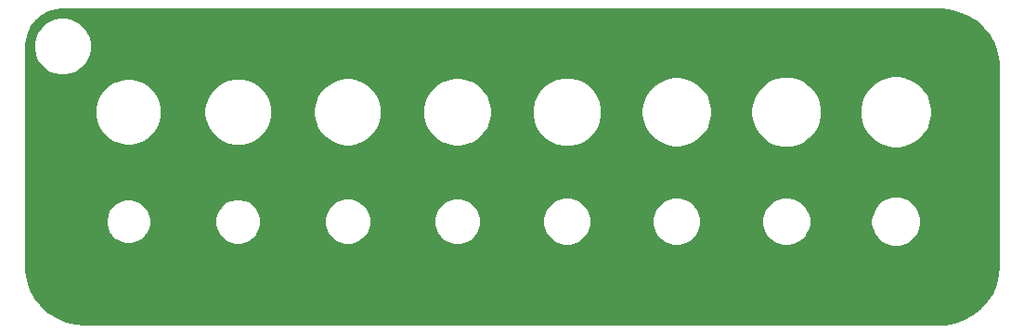
<source format=gbl>
G04 #@! TF.GenerationSoftware,KiCad,Pcbnew,5.1.9+dfsg1-1+deb11u1*
G04 #@! TF.CreationDate,2023-07-17T20:14:54+09:00*
G04 #@! TF.ProjectId,hole-size-test,686f6c65-2d73-4697-9a65-2d746573742e,rev?*
G04 #@! TF.SameCoordinates,Original*
G04 #@! TF.FileFunction,Copper,L2,Bot*
G04 #@! TF.FilePolarity,Positive*
%FSLAX46Y46*%
G04 Gerber Fmt 4.6, Leading zero omitted, Abs format (unit mm)*
G04 Created by KiCad (PCBNEW 5.1.9+dfsg1-1+deb11u1) date 2023-07-17 20:14:54*
%MOMM*%
%LPD*%
G01*
G04 APERTURE LIST*
G04 #@! TA.AperFunction,NonConductor*
%ADD10C,0.254000*%
G04 #@! TD*
G04 #@! TA.AperFunction,NonConductor*
%ADD11C,0.100000*%
G04 #@! TD*
G04 APERTURE END LIST*
D10*
X154871797Y-70733902D02*
X155720182Y-70947001D01*
X156522371Y-71295803D01*
X157256818Y-71770938D01*
X157903798Y-72359646D01*
X158445946Y-73046125D01*
X158868692Y-73811928D01*
X159160684Y-74636491D01*
X159316116Y-75509076D01*
X159340000Y-76015547D01*
X159340001Y-93972899D01*
X159266098Y-94871802D01*
X159052999Y-95720180D01*
X158704197Y-96522371D01*
X158229062Y-97256818D01*
X157640354Y-97903799D01*
X156953875Y-98445946D01*
X156188076Y-98868691D01*
X155363514Y-99160683D01*
X154490925Y-99316116D01*
X153984453Y-99340000D01*
X76027089Y-99340000D01*
X75128198Y-99266098D01*
X74279820Y-99052999D01*
X73477629Y-98704197D01*
X72743182Y-98229062D01*
X72096201Y-97640354D01*
X71554054Y-96953875D01*
X71131309Y-96188076D01*
X70839317Y-95363514D01*
X70683884Y-94490925D01*
X70660000Y-93984453D01*
X70660000Y-89796124D01*
X77930016Y-89796124D01*
X77930016Y-90203876D01*
X78009564Y-90603792D01*
X78165604Y-90980505D01*
X78392138Y-91319538D01*
X78680462Y-91607862D01*
X79019495Y-91834396D01*
X79396208Y-91990436D01*
X79796124Y-92069984D01*
X80203876Y-92069984D01*
X80603792Y-91990436D01*
X80980505Y-91834396D01*
X81319538Y-91607862D01*
X81607862Y-91319538D01*
X81834396Y-90980505D01*
X81990436Y-90603792D01*
X82069984Y-90203876D01*
X82069984Y-89796124D01*
X82069010Y-89791223D01*
X87880257Y-89791223D01*
X87880257Y-90208777D01*
X87961717Y-90618306D01*
X88121508Y-91004075D01*
X88353488Y-91351258D01*
X88648742Y-91646512D01*
X88995925Y-91878492D01*
X89381694Y-92038283D01*
X89791223Y-92119743D01*
X90208777Y-92119743D01*
X90618306Y-92038283D01*
X91004075Y-91878492D01*
X91351258Y-91646512D01*
X91646512Y-91351258D01*
X91878492Y-91004075D01*
X92038283Y-90618306D01*
X92119743Y-90208777D01*
X92119743Y-89791223D01*
X92119256Y-89788773D01*
X97855377Y-89788773D01*
X97855377Y-90211227D01*
X97937794Y-90625563D01*
X98099460Y-91015860D01*
X98334162Y-91367118D01*
X98632882Y-91665838D01*
X98984140Y-91900540D01*
X99374437Y-92062206D01*
X99788773Y-92144623D01*
X100211227Y-92144623D01*
X100625563Y-92062206D01*
X101015860Y-91900540D01*
X101367118Y-91665838D01*
X101665838Y-91367118D01*
X101900540Y-91015860D01*
X102062206Y-90625563D01*
X102144623Y-90211227D01*
X102144623Y-89788773D01*
X102144136Y-89786323D01*
X107830497Y-89786323D01*
X107830497Y-90213677D01*
X107913870Y-90632821D01*
X108077412Y-91027645D01*
X108314837Y-91382977D01*
X108617023Y-91685163D01*
X108972355Y-91922588D01*
X109367179Y-92086130D01*
X109786323Y-92169503D01*
X110213677Y-92169503D01*
X110632821Y-92086130D01*
X111027645Y-91922588D01*
X111382977Y-91685163D01*
X111685163Y-91382977D01*
X111922588Y-91027645D01*
X112086130Y-90632821D01*
X112169503Y-90213677D01*
X112169503Y-89786323D01*
X112168529Y-89781422D01*
X117780738Y-89781422D01*
X117780738Y-90218578D01*
X117866023Y-90647335D01*
X118033316Y-91051215D01*
X118276187Y-91414697D01*
X118585303Y-91723813D01*
X118948785Y-91966684D01*
X119352665Y-92133977D01*
X119781422Y-92219262D01*
X120218578Y-92219262D01*
X120647335Y-92133977D01*
X121051215Y-91966684D01*
X121414697Y-91723813D01*
X121723813Y-91414697D01*
X121966684Y-91051215D01*
X122133977Y-90647335D01*
X122219262Y-90218578D01*
X122219262Y-89781422D01*
X122218775Y-89778971D01*
X127755858Y-89778971D01*
X127755858Y-90221029D01*
X127842100Y-90654592D01*
X128011268Y-91063000D01*
X128256861Y-91430557D01*
X128569443Y-91743139D01*
X128937000Y-91988732D01*
X129345408Y-92157900D01*
X129778971Y-92244142D01*
X130221029Y-92244142D01*
X130654592Y-92157900D01*
X131063000Y-91988732D01*
X131430557Y-91743139D01*
X131743139Y-91430557D01*
X131988732Y-91063000D01*
X132157900Y-90654592D01*
X132244142Y-90221029D01*
X132244142Y-89778971D01*
X132243655Y-89776521D01*
X137730979Y-89776521D01*
X137730979Y-90223479D01*
X137818176Y-90661849D01*
X137989220Y-91074785D01*
X138237536Y-91446417D01*
X138553583Y-91762464D01*
X138925215Y-92010780D01*
X139338151Y-92181824D01*
X139776521Y-92269021D01*
X140223479Y-92269021D01*
X140661849Y-92181824D01*
X141074785Y-92010780D01*
X141446417Y-91762464D01*
X141762464Y-91446417D01*
X142010780Y-91074785D01*
X142181824Y-90661849D01*
X142269021Y-90223479D01*
X142269021Y-89776521D01*
X142268047Y-89771620D01*
X147681220Y-89771620D01*
X147681220Y-90228380D01*
X147770329Y-90676363D01*
X147945123Y-91098354D01*
X148198886Y-91478136D01*
X148521864Y-91801114D01*
X148901646Y-92054877D01*
X149323637Y-92229671D01*
X149771620Y-92318780D01*
X150228380Y-92318780D01*
X150676363Y-92229671D01*
X151098354Y-92054877D01*
X151478136Y-91801114D01*
X151801114Y-91478136D01*
X152054877Y-91098354D01*
X152229671Y-90676363D01*
X152318780Y-90228380D01*
X152318780Y-89771620D01*
X152229671Y-89323637D01*
X152054877Y-88901646D01*
X151801114Y-88521864D01*
X151478136Y-88198886D01*
X151098354Y-87945123D01*
X150676363Y-87770329D01*
X150228380Y-87681220D01*
X149771620Y-87681220D01*
X149323637Y-87770329D01*
X148901646Y-87945123D01*
X148521864Y-88198886D01*
X148198886Y-88521864D01*
X147945123Y-88901646D01*
X147770329Y-89323637D01*
X147681220Y-89771620D01*
X142268047Y-89771620D01*
X142181824Y-89338151D01*
X142010780Y-88925215D01*
X141762464Y-88553583D01*
X141446417Y-88237536D01*
X141074785Y-87989220D01*
X140661849Y-87818176D01*
X140223479Y-87730979D01*
X139776521Y-87730979D01*
X139338151Y-87818176D01*
X138925215Y-87989220D01*
X138553583Y-88237536D01*
X138237536Y-88553583D01*
X137989220Y-88925215D01*
X137818176Y-89338151D01*
X137730979Y-89776521D01*
X132243655Y-89776521D01*
X132157900Y-89345408D01*
X131988732Y-88937000D01*
X131743139Y-88569443D01*
X131430557Y-88256861D01*
X131063000Y-88011268D01*
X130654592Y-87842100D01*
X130221029Y-87755858D01*
X129778971Y-87755858D01*
X129345408Y-87842100D01*
X128937000Y-88011268D01*
X128569443Y-88256861D01*
X128256861Y-88569443D01*
X128011268Y-88937000D01*
X127842100Y-89345408D01*
X127755858Y-89778971D01*
X122218775Y-89778971D01*
X122133977Y-89352665D01*
X121966684Y-88948785D01*
X121723813Y-88585303D01*
X121414697Y-88276187D01*
X121051215Y-88033316D01*
X120647335Y-87866023D01*
X120218578Y-87780738D01*
X119781422Y-87780738D01*
X119352665Y-87866023D01*
X118948785Y-88033316D01*
X118585303Y-88276187D01*
X118276187Y-88585303D01*
X118033316Y-88948785D01*
X117866023Y-89352665D01*
X117780738Y-89781422D01*
X112168529Y-89781422D01*
X112086130Y-89367179D01*
X111922588Y-88972355D01*
X111685163Y-88617023D01*
X111382977Y-88314837D01*
X111027645Y-88077412D01*
X110632821Y-87913870D01*
X110213677Y-87830497D01*
X109786323Y-87830497D01*
X109367179Y-87913870D01*
X108972355Y-88077412D01*
X108617023Y-88314837D01*
X108314837Y-88617023D01*
X108077412Y-88972355D01*
X107913870Y-89367179D01*
X107830497Y-89786323D01*
X102144136Y-89786323D01*
X102062206Y-89374437D01*
X101900540Y-88984140D01*
X101665838Y-88632882D01*
X101367118Y-88334162D01*
X101015860Y-88099460D01*
X100625563Y-87937794D01*
X100211227Y-87855377D01*
X99788773Y-87855377D01*
X99374437Y-87937794D01*
X98984140Y-88099460D01*
X98632882Y-88334162D01*
X98334162Y-88632882D01*
X98099460Y-88984140D01*
X97937794Y-89374437D01*
X97855377Y-89788773D01*
X92119256Y-89788773D01*
X92038283Y-89381694D01*
X91878492Y-88995925D01*
X91646512Y-88648742D01*
X91351258Y-88353488D01*
X91004075Y-88121508D01*
X90618306Y-87961717D01*
X90208777Y-87880257D01*
X89791223Y-87880257D01*
X89381694Y-87961717D01*
X88995925Y-88121508D01*
X88648742Y-88353488D01*
X88353488Y-88648742D01*
X88121508Y-88995925D01*
X87961717Y-89381694D01*
X87880257Y-89791223D01*
X82069010Y-89791223D01*
X81990436Y-89396208D01*
X81834396Y-89019495D01*
X81607862Y-88680462D01*
X81319538Y-88392138D01*
X80980505Y-88165604D01*
X80603792Y-88009564D01*
X80203876Y-87930016D01*
X79796124Y-87930016D01*
X79396208Y-88009564D01*
X79019495Y-88165604D01*
X78680462Y-88392138D01*
X78392138Y-88680462D01*
X78165604Y-89019495D01*
X78009564Y-89396208D01*
X77930016Y-89796124D01*
X70660000Y-89796124D01*
X70660000Y-79698107D01*
X76934831Y-79698107D01*
X76934831Y-80301893D01*
X77052624Y-80894077D01*
X77283683Y-81451902D01*
X77619128Y-81953931D01*
X78046069Y-82380872D01*
X78548098Y-82716317D01*
X79105923Y-82947376D01*
X79698107Y-83065169D01*
X80301893Y-83065169D01*
X80894077Y-82947376D01*
X81451902Y-82716317D01*
X81953931Y-82380872D01*
X82380872Y-81953931D01*
X82716317Y-81451902D01*
X82947376Y-80894077D01*
X83065169Y-80301893D01*
X83065169Y-79698107D01*
X83064195Y-79693206D01*
X86885072Y-79693206D01*
X86885072Y-80306794D01*
X87004777Y-80908591D01*
X87239586Y-81475472D01*
X87580477Y-81985651D01*
X88014349Y-82419523D01*
X88524528Y-82760414D01*
X89091409Y-82995223D01*
X89693206Y-83114928D01*
X90306794Y-83114928D01*
X90908591Y-82995223D01*
X91475472Y-82760414D01*
X91985651Y-82419523D01*
X92419523Y-81985651D01*
X92760414Y-81475472D01*
X92995223Y-80908591D01*
X93114928Y-80306794D01*
X93114928Y-79693206D01*
X93114441Y-79690756D01*
X96860192Y-79690756D01*
X96860192Y-80309244D01*
X96980853Y-80915848D01*
X97217538Y-81487257D01*
X97561152Y-82001511D01*
X97998489Y-82438848D01*
X98512743Y-82782462D01*
X99084152Y-83019147D01*
X99690756Y-83139808D01*
X100309244Y-83139808D01*
X100915848Y-83019147D01*
X101487257Y-82782462D01*
X102001511Y-82438848D01*
X102438848Y-82001511D01*
X102782462Y-81487257D01*
X103019147Y-80915848D01*
X103139808Y-80309244D01*
X103139808Y-79690756D01*
X103139321Y-79688305D01*
X106835313Y-79688305D01*
X106835313Y-80311695D01*
X106956930Y-80923105D01*
X107195490Y-81499042D01*
X107541827Y-82017371D01*
X107982629Y-82458173D01*
X108500958Y-82804510D01*
X109076895Y-83043070D01*
X109688305Y-83164687D01*
X110311695Y-83164687D01*
X110923105Y-83043070D01*
X111499042Y-82804510D01*
X112017371Y-82458173D01*
X112458173Y-82017371D01*
X112804510Y-81499042D01*
X113043070Y-80923105D01*
X113164687Y-80311695D01*
X113164687Y-79688305D01*
X113163713Y-79683405D01*
X116785553Y-79683405D01*
X116785553Y-80316595D01*
X116909083Y-80937620D01*
X117151394Y-81522611D01*
X117503176Y-82049090D01*
X117950910Y-82496824D01*
X118477389Y-82848606D01*
X119062380Y-83090917D01*
X119683405Y-83214447D01*
X120316595Y-83214447D01*
X120937620Y-83090917D01*
X121522611Y-82848606D01*
X122049090Y-82496824D01*
X122496824Y-82049090D01*
X122848606Y-81522611D01*
X123090917Y-80937620D01*
X123214447Y-80316595D01*
X123214447Y-79683405D01*
X123213960Y-79680954D01*
X126760674Y-79680954D01*
X126760674Y-80319046D01*
X126885159Y-80944877D01*
X127129346Y-81534396D01*
X127483851Y-82064950D01*
X127935050Y-82516149D01*
X128465604Y-82870654D01*
X129055123Y-83114841D01*
X129680954Y-83239326D01*
X130319046Y-83239326D01*
X130944877Y-83114841D01*
X131534396Y-82870654D01*
X132064950Y-82516149D01*
X132516149Y-82064950D01*
X132870654Y-81534396D01*
X133114841Y-80944877D01*
X133239326Y-80319046D01*
X133239326Y-79680954D01*
X133238839Y-79678504D01*
X136735794Y-79678504D01*
X136735794Y-80321496D01*
X136861236Y-80952134D01*
X137107298Y-81546181D01*
X137464526Y-82080810D01*
X137919190Y-82535474D01*
X138453819Y-82892702D01*
X139047866Y-83138764D01*
X139678504Y-83264206D01*
X140321496Y-83264206D01*
X140952134Y-83138764D01*
X141546181Y-82892702D01*
X142080810Y-82535474D01*
X142535474Y-82080810D01*
X142892702Y-81546181D01*
X143138764Y-80952134D01*
X143264206Y-80321496D01*
X143264206Y-79678504D01*
X143263232Y-79673603D01*
X146686035Y-79673603D01*
X146686035Y-80326397D01*
X146813389Y-80966648D01*
X147063202Y-81569751D01*
X147425875Y-82112530D01*
X147887470Y-82574125D01*
X148430249Y-82936798D01*
X149033352Y-83186611D01*
X149673603Y-83313965D01*
X150326397Y-83313965D01*
X150966648Y-83186611D01*
X151569751Y-82936798D01*
X152112530Y-82574125D01*
X152574125Y-82112530D01*
X152936798Y-81569751D01*
X153186611Y-80966648D01*
X153313965Y-80326397D01*
X153313965Y-79673603D01*
X153186611Y-79033352D01*
X152936798Y-78430249D01*
X152574125Y-77887470D01*
X152112530Y-77425875D01*
X151569751Y-77063202D01*
X150966648Y-76813389D01*
X150326397Y-76686035D01*
X149673603Y-76686035D01*
X149033352Y-76813389D01*
X148430249Y-77063202D01*
X147887470Y-77425875D01*
X147425875Y-77887470D01*
X147063202Y-78430249D01*
X146813389Y-79033352D01*
X146686035Y-79673603D01*
X143263232Y-79673603D01*
X143138764Y-79047866D01*
X142892702Y-78453819D01*
X142535474Y-77919190D01*
X142080810Y-77464526D01*
X141546181Y-77107298D01*
X140952134Y-76861236D01*
X140321496Y-76735794D01*
X139678504Y-76735794D01*
X139047866Y-76861236D01*
X138453819Y-77107298D01*
X137919190Y-77464526D01*
X137464526Y-77919190D01*
X137107298Y-78453819D01*
X136861236Y-79047866D01*
X136735794Y-79678504D01*
X133238839Y-79678504D01*
X133114841Y-79055123D01*
X132870654Y-78465604D01*
X132516149Y-77935050D01*
X132064950Y-77483851D01*
X131534396Y-77129346D01*
X130944877Y-76885159D01*
X130319046Y-76760674D01*
X129680954Y-76760674D01*
X129055123Y-76885159D01*
X128465604Y-77129346D01*
X127935050Y-77483851D01*
X127483851Y-77935050D01*
X127129346Y-78465604D01*
X126885159Y-79055123D01*
X126760674Y-79680954D01*
X123213960Y-79680954D01*
X123090917Y-79062380D01*
X122848606Y-78477389D01*
X122496824Y-77950910D01*
X122049090Y-77503176D01*
X121522611Y-77151394D01*
X120937620Y-76909083D01*
X120316595Y-76785553D01*
X119683405Y-76785553D01*
X119062380Y-76909083D01*
X118477389Y-77151394D01*
X117950910Y-77503176D01*
X117503176Y-77950910D01*
X117151394Y-78477389D01*
X116909083Y-79062380D01*
X116785553Y-79683405D01*
X113163713Y-79683405D01*
X113043070Y-79076895D01*
X112804510Y-78500958D01*
X112458173Y-77982629D01*
X112017371Y-77541827D01*
X111499042Y-77195490D01*
X110923105Y-76956930D01*
X110311695Y-76835313D01*
X109688305Y-76835313D01*
X109076895Y-76956930D01*
X108500958Y-77195490D01*
X107982629Y-77541827D01*
X107541827Y-77982629D01*
X107195490Y-78500958D01*
X106956930Y-79076895D01*
X106835313Y-79688305D01*
X103139321Y-79688305D01*
X103019147Y-79084152D01*
X102782462Y-78512743D01*
X102438848Y-77998489D01*
X102001511Y-77561152D01*
X101487257Y-77217538D01*
X100915848Y-76980853D01*
X100309244Y-76860192D01*
X99690756Y-76860192D01*
X99084152Y-76980853D01*
X98512743Y-77217538D01*
X97998489Y-77561152D01*
X97561152Y-77998489D01*
X97217538Y-78512743D01*
X96980853Y-79084152D01*
X96860192Y-79690756D01*
X93114441Y-79690756D01*
X92995223Y-79091409D01*
X92760414Y-78524528D01*
X92419523Y-78014349D01*
X91985651Y-77580477D01*
X91475472Y-77239586D01*
X90908591Y-77004777D01*
X90306794Y-76885072D01*
X89693206Y-76885072D01*
X89091409Y-77004777D01*
X88524528Y-77239586D01*
X88014349Y-77580477D01*
X87580477Y-78014349D01*
X87239586Y-78524528D01*
X87004777Y-79091409D01*
X86885072Y-79693206D01*
X83064195Y-79693206D01*
X82947376Y-79105923D01*
X82716317Y-78548098D01*
X82380872Y-78046069D01*
X81953931Y-77619128D01*
X81451902Y-77283683D01*
X80894077Y-77052624D01*
X80301893Y-76934831D01*
X79698107Y-76934831D01*
X79105923Y-77052624D01*
X78548098Y-77283683D01*
X78046069Y-77619128D01*
X77619128Y-78046069D01*
X77283683Y-78548098D01*
X77052624Y-79105923D01*
X76934831Y-79698107D01*
X70660000Y-79698107D01*
X70660000Y-74032278D01*
X70688921Y-73737314D01*
X71332905Y-73737314D01*
X71332905Y-74262686D01*
X71435400Y-74777963D01*
X71636451Y-75263343D01*
X71928332Y-75700174D01*
X72299826Y-76071668D01*
X72736657Y-76363549D01*
X73222037Y-76564600D01*
X73737314Y-76667095D01*
X74262686Y-76667095D01*
X74777963Y-76564600D01*
X75263343Y-76363549D01*
X75700174Y-76071668D01*
X76071668Y-75700174D01*
X76363549Y-75263343D01*
X76564600Y-74777963D01*
X76667095Y-74262686D01*
X76667095Y-73737314D01*
X76564600Y-73222037D01*
X76363549Y-72736657D01*
X76071668Y-72299826D01*
X75700174Y-71928332D01*
X75263343Y-71636451D01*
X74777963Y-71435400D01*
X74262686Y-71332905D01*
X73737314Y-71332905D01*
X73222037Y-71435400D01*
X72736657Y-71636451D01*
X72299826Y-71928332D01*
X71928332Y-72299826D01*
X71636451Y-72736657D01*
X71435400Y-73222037D01*
X71332905Y-73737314D01*
X70688921Y-73737314D01*
X70726714Y-73351874D01*
X70914943Y-72728428D01*
X71220681Y-72153421D01*
X71632279Y-71648753D01*
X72134067Y-71233638D01*
X72706924Y-70923895D01*
X73329039Y-70731318D01*
X74007584Y-70660000D01*
X153972911Y-70660000D01*
X154871797Y-70733902D01*
G04 #@! TA.AperFunction,NonConductor*
D11*
G36*
X154871797Y-70733902D02*
G01*
X155720182Y-70947001D01*
X156522371Y-71295803D01*
X157256818Y-71770938D01*
X157903798Y-72359646D01*
X158445946Y-73046125D01*
X158868692Y-73811928D01*
X159160684Y-74636491D01*
X159316116Y-75509076D01*
X159340000Y-76015547D01*
X159340001Y-93972899D01*
X159266098Y-94871802D01*
X159052999Y-95720180D01*
X158704197Y-96522371D01*
X158229062Y-97256818D01*
X157640354Y-97903799D01*
X156953875Y-98445946D01*
X156188076Y-98868691D01*
X155363514Y-99160683D01*
X154490925Y-99316116D01*
X153984453Y-99340000D01*
X76027089Y-99340000D01*
X75128198Y-99266098D01*
X74279820Y-99052999D01*
X73477629Y-98704197D01*
X72743182Y-98229062D01*
X72096201Y-97640354D01*
X71554054Y-96953875D01*
X71131309Y-96188076D01*
X70839317Y-95363514D01*
X70683884Y-94490925D01*
X70660000Y-93984453D01*
X70660000Y-89796124D01*
X77930016Y-89796124D01*
X77930016Y-90203876D01*
X78009564Y-90603792D01*
X78165604Y-90980505D01*
X78392138Y-91319538D01*
X78680462Y-91607862D01*
X79019495Y-91834396D01*
X79396208Y-91990436D01*
X79796124Y-92069984D01*
X80203876Y-92069984D01*
X80603792Y-91990436D01*
X80980505Y-91834396D01*
X81319538Y-91607862D01*
X81607862Y-91319538D01*
X81834396Y-90980505D01*
X81990436Y-90603792D01*
X82069984Y-90203876D01*
X82069984Y-89796124D01*
X82069010Y-89791223D01*
X87880257Y-89791223D01*
X87880257Y-90208777D01*
X87961717Y-90618306D01*
X88121508Y-91004075D01*
X88353488Y-91351258D01*
X88648742Y-91646512D01*
X88995925Y-91878492D01*
X89381694Y-92038283D01*
X89791223Y-92119743D01*
X90208777Y-92119743D01*
X90618306Y-92038283D01*
X91004075Y-91878492D01*
X91351258Y-91646512D01*
X91646512Y-91351258D01*
X91878492Y-91004075D01*
X92038283Y-90618306D01*
X92119743Y-90208777D01*
X92119743Y-89791223D01*
X92119256Y-89788773D01*
X97855377Y-89788773D01*
X97855377Y-90211227D01*
X97937794Y-90625563D01*
X98099460Y-91015860D01*
X98334162Y-91367118D01*
X98632882Y-91665838D01*
X98984140Y-91900540D01*
X99374437Y-92062206D01*
X99788773Y-92144623D01*
X100211227Y-92144623D01*
X100625563Y-92062206D01*
X101015860Y-91900540D01*
X101367118Y-91665838D01*
X101665838Y-91367118D01*
X101900540Y-91015860D01*
X102062206Y-90625563D01*
X102144623Y-90211227D01*
X102144623Y-89788773D01*
X102144136Y-89786323D01*
X107830497Y-89786323D01*
X107830497Y-90213677D01*
X107913870Y-90632821D01*
X108077412Y-91027645D01*
X108314837Y-91382977D01*
X108617023Y-91685163D01*
X108972355Y-91922588D01*
X109367179Y-92086130D01*
X109786323Y-92169503D01*
X110213677Y-92169503D01*
X110632821Y-92086130D01*
X111027645Y-91922588D01*
X111382977Y-91685163D01*
X111685163Y-91382977D01*
X111922588Y-91027645D01*
X112086130Y-90632821D01*
X112169503Y-90213677D01*
X112169503Y-89786323D01*
X112168529Y-89781422D01*
X117780738Y-89781422D01*
X117780738Y-90218578D01*
X117866023Y-90647335D01*
X118033316Y-91051215D01*
X118276187Y-91414697D01*
X118585303Y-91723813D01*
X118948785Y-91966684D01*
X119352665Y-92133977D01*
X119781422Y-92219262D01*
X120218578Y-92219262D01*
X120647335Y-92133977D01*
X121051215Y-91966684D01*
X121414697Y-91723813D01*
X121723813Y-91414697D01*
X121966684Y-91051215D01*
X122133977Y-90647335D01*
X122219262Y-90218578D01*
X122219262Y-89781422D01*
X122218775Y-89778971D01*
X127755858Y-89778971D01*
X127755858Y-90221029D01*
X127842100Y-90654592D01*
X128011268Y-91063000D01*
X128256861Y-91430557D01*
X128569443Y-91743139D01*
X128937000Y-91988732D01*
X129345408Y-92157900D01*
X129778971Y-92244142D01*
X130221029Y-92244142D01*
X130654592Y-92157900D01*
X131063000Y-91988732D01*
X131430557Y-91743139D01*
X131743139Y-91430557D01*
X131988732Y-91063000D01*
X132157900Y-90654592D01*
X132244142Y-90221029D01*
X132244142Y-89778971D01*
X132243655Y-89776521D01*
X137730979Y-89776521D01*
X137730979Y-90223479D01*
X137818176Y-90661849D01*
X137989220Y-91074785D01*
X138237536Y-91446417D01*
X138553583Y-91762464D01*
X138925215Y-92010780D01*
X139338151Y-92181824D01*
X139776521Y-92269021D01*
X140223479Y-92269021D01*
X140661849Y-92181824D01*
X141074785Y-92010780D01*
X141446417Y-91762464D01*
X141762464Y-91446417D01*
X142010780Y-91074785D01*
X142181824Y-90661849D01*
X142269021Y-90223479D01*
X142269021Y-89776521D01*
X142268047Y-89771620D01*
X147681220Y-89771620D01*
X147681220Y-90228380D01*
X147770329Y-90676363D01*
X147945123Y-91098354D01*
X148198886Y-91478136D01*
X148521864Y-91801114D01*
X148901646Y-92054877D01*
X149323637Y-92229671D01*
X149771620Y-92318780D01*
X150228380Y-92318780D01*
X150676363Y-92229671D01*
X151098354Y-92054877D01*
X151478136Y-91801114D01*
X151801114Y-91478136D01*
X152054877Y-91098354D01*
X152229671Y-90676363D01*
X152318780Y-90228380D01*
X152318780Y-89771620D01*
X152229671Y-89323637D01*
X152054877Y-88901646D01*
X151801114Y-88521864D01*
X151478136Y-88198886D01*
X151098354Y-87945123D01*
X150676363Y-87770329D01*
X150228380Y-87681220D01*
X149771620Y-87681220D01*
X149323637Y-87770329D01*
X148901646Y-87945123D01*
X148521864Y-88198886D01*
X148198886Y-88521864D01*
X147945123Y-88901646D01*
X147770329Y-89323637D01*
X147681220Y-89771620D01*
X142268047Y-89771620D01*
X142181824Y-89338151D01*
X142010780Y-88925215D01*
X141762464Y-88553583D01*
X141446417Y-88237536D01*
X141074785Y-87989220D01*
X140661849Y-87818176D01*
X140223479Y-87730979D01*
X139776521Y-87730979D01*
X139338151Y-87818176D01*
X138925215Y-87989220D01*
X138553583Y-88237536D01*
X138237536Y-88553583D01*
X137989220Y-88925215D01*
X137818176Y-89338151D01*
X137730979Y-89776521D01*
X132243655Y-89776521D01*
X132157900Y-89345408D01*
X131988732Y-88937000D01*
X131743139Y-88569443D01*
X131430557Y-88256861D01*
X131063000Y-88011268D01*
X130654592Y-87842100D01*
X130221029Y-87755858D01*
X129778971Y-87755858D01*
X129345408Y-87842100D01*
X128937000Y-88011268D01*
X128569443Y-88256861D01*
X128256861Y-88569443D01*
X128011268Y-88937000D01*
X127842100Y-89345408D01*
X127755858Y-89778971D01*
X122218775Y-89778971D01*
X122133977Y-89352665D01*
X121966684Y-88948785D01*
X121723813Y-88585303D01*
X121414697Y-88276187D01*
X121051215Y-88033316D01*
X120647335Y-87866023D01*
X120218578Y-87780738D01*
X119781422Y-87780738D01*
X119352665Y-87866023D01*
X118948785Y-88033316D01*
X118585303Y-88276187D01*
X118276187Y-88585303D01*
X118033316Y-88948785D01*
X117866023Y-89352665D01*
X117780738Y-89781422D01*
X112168529Y-89781422D01*
X112086130Y-89367179D01*
X111922588Y-88972355D01*
X111685163Y-88617023D01*
X111382977Y-88314837D01*
X111027645Y-88077412D01*
X110632821Y-87913870D01*
X110213677Y-87830497D01*
X109786323Y-87830497D01*
X109367179Y-87913870D01*
X108972355Y-88077412D01*
X108617023Y-88314837D01*
X108314837Y-88617023D01*
X108077412Y-88972355D01*
X107913870Y-89367179D01*
X107830497Y-89786323D01*
X102144136Y-89786323D01*
X102062206Y-89374437D01*
X101900540Y-88984140D01*
X101665838Y-88632882D01*
X101367118Y-88334162D01*
X101015860Y-88099460D01*
X100625563Y-87937794D01*
X100211227Y-87855377D01*
X99788773Y-87855377D01*
X99374437Y-87937794D01*
X98984140Y-88099460D01*
X98632882Y-88334162D01*
X98334162Y-88632882D01*
X98099460Y-88984140D01*
X97937794Y-89374437D01*
X97855377Y-89788773D01*
X92119256Y-89788773D01*
X92038283Y-89381694D01*
X91878492Y-88995925D01*
X91646512Y-88648742D01*
X91351258Y-88353488D01*
X91004075Y-88121508D01*
X90618306Y-87961717D01*
X90208777Y-87880257D01*
X89791223Y-87880257D01*
X89381694Y-87961717D01*
X88995925Y-88121508D01*
X88648742Y-88353488D01*
X88353488Y-88648742D01*
X88121508Y-88995925D01*
X87961717Y-89381694D01*
X87880257Y-89791223D01*
X82069010Y-89791223D01*
X81990436Y-89396208D01*
X81834396Y-89019495D01*
X81607862Y-88680462D01*
X81319538Y-88392138D01*
X80980505Y-88165604D01*
X80603792Y-88009564D01*
X80203876Y-87930016D01*
X79796124Y-87930016D01*
X79396208Y-88009564D01*
X79019495Y-88165604D01*
X78680462Y-88392138D01*
X78392138Y-88680462D01*
X78165604Y-89019495D01*
X78009564Y-89396208D01*
X77930016Y-89796124D01*
X70660000Y-89796124D01*
X70660000Y-79698107D01*
X76934831Y-79698107D01*
X76934831Y-80301893D01*
X77052624Y-80894077D01*
X77283683Y-81451902D01*
X77619128Y-81953931D01*
X78046069Y-82380872D01*
X78548098Y-82716317D01*
X79105923Y-82947376D01*
X79698107Y-83065169D01*
X80301893Y-83065169D01*
X80894077Y-82947376D01*
X81451902Y-82716317D01*
X81953931Y-82380872D01*
X82380872Y-81953931D01*
X82716317Y-81451902D01*
X82947376Y-80894077D01*
X83065169Y-80301893D01*
X83065169Y-79698107D01*
X83064195Y-79693206D01*
X86885072Y-79693206D01*
X86885072Y-80306794D01*
X87004777Y-80908591D01*
X87239586Y-81475472D01*
X87580477Y-81985651D01*
X88014349Y-82419523D01*
X88524528Y-82760414D01*
X89091409Y-82995223D01*
X89693206Y-83114928D01*
X90306794Y-83114928D01*
X90908591Y-82995223D01*
X91475472Y-82760414D01*
X91985651Y-82419523D01*
X92419523Y-81985651D01*
X92760414Y-81475472D01*
X92995223Y-80908591D01*
X93114928Y-80306794D01*
X93114928Y-79693206D01*
X93114441Y-79690756D01*
X96860192Y-79690756D01*
X96860192Y-80309244D01*
X96980853Y-80915848D01*
X97217538Y-81487257D01*
X97561152Y-82001511D01*
X97998489Y-82438848D01*
X98512743Y-82782462D01*
X99084152Y-83019147D01*
X99690756Y-83139808D01*
X100309244Y-83139808D01*
X100915848Y-83019147D01*
X101487257Y-82782462D01*
X102001511Y-82438848D01*
X102438848Y-82001511D01*
X102782462Y-81487257D01*
X103019147Y-80915848D01*
X103139808Y-80309244D01*
X103139808Y-79690756D01*
X103139321Y-79688305D01*
X106835313Y-79688305D01*
X106835313Y-80311695D01*
X106956930Y-80923105D01*
X107195490Y-81499042D01*
X107541827Y-82017371D01*
X107982629Y-82458173D01*
X108500958Y-82804510D01*
X109076895Y-83043070D01*
X109688305Y-83164687D01*
X110311695Y-83164687D01*
X110923105Y-83043070D01*
X111499042Y-82804510D01*
X112017371Y-82458173D01*
X112458173Y-82017371D01*
X112804510Y-81499042D01*
X113043070Y-80923105D01*
X113164687Y-80311695D01*
X113164687Y-79688305D01*
X113163713Y-79683405D01*
X116785553Y-79683405D01*
X116785553Y-80316595D01*
X116909083Y-80937620D01*
X117151394Y-81522611D01*
X117503176Y-82049090D01*
X117950910Y-82496824D01*
X118477389Y-82848606D01*
X119062380Y-83090917D01*
X119683405Y-83214447D01*
X120316595Y-83214447D01*
X120937620Y-83090917D01*
X121522611Y-82848606D01*
X122049090Y-82496824D01*
X122496824Y-82049090D01*
X122848606Y-81522611D01*
X123090917Y-80937620D01*
X123214447Y-80316595D01*
X123214447Y-79683405D01*
X123213960Y-79680954D01*
X126760674Y-79680954D01*
X126760674Y-80319046D01*
X126885159Y-80944877D01*
X127129346Y-81534396D01*
X127483851Y-82064950D01*
X127935050Y-82516149D01*
X128465604Y-82870654D01*
X129055123Y-83114841D01*
X129680954Y-83239326D01*
X130319046Y-83239326D01*
X130944877Y-83114841D01*
X131534396Y-82870654D01*
X132064950Y-82516149D01*
X132516149Y-82064950D01*
X132870654Y-81534396D01*
X133114841Y-80944877D01*
X133239326Y-80319046D01*
X133239326Y-79680954D01*
X133238839Y-79678504D01*
X136735794Y-79678504D01*
X136735794Y-80321496D01*
X136861236Y-80952134D01*
X137107298Y-81546181D01*
X137464526Y-82080810D01*
X137919190Y-82535474D01*
X138453819Y-82892702D01*
X139047866Y-83138764D01*
X139678504Y-83264206D01*
X140321496Y-83264206D01*
X140952134Y-83138764D01*
X141546181Y-82892702D01*
X142080810Y-82535474D01*
X142535474Y-82080810D01*
X142892702Y-81546181D01*
X143138764Y-80952134D01*
X143264206Y-80321496D01*
X143264206Y-79678504D01*
X143263232Y-79673603D01*
X146686035Y-79673603D01*
X146686035Y-80326397D01*
X146813389Y-80966648D01*
X147063202Y-81569751D01*
X147425875Y-82112530D01*
X147887470Y-82574125D01*
X148430249Y-82936798D01*
X149033352Y-83186611D01*
X149673603Y-83313965D01*
X150326397Y-83313965D01*
X150966648Y-83186611D01*
X151569751Y-82936798D01*
X152112530Y-82574125D01*
X152574125Y-82112530D01*
X152936798Y-81569751D01*
X153186611Y-80966648D01*
X153313965Y-80326397D01*
X153313965Y-79673603D01*
X153186611Y-79033352D01*
X152936798Y-78430249D01*
X152574125Y-77887470D01*
X152112530Y-77425875D01*
X151569751Y-77063202D01*
X150966648Y-76813389D01*
X150326397Y-76686035D01*
X149673603Y-76686035D01*
X149033352Y-76813389D01*
X148430249Y-77063202D01*
X147887470Y-77425875D01*
X147425875Y-77887470D01*
X147063202Y-78430249D01*
X146813389Y-79033352D01*
X146686035Y-79673603D01*
X143263232Y-79673603D01*
X143138764Y-79047866D01*
X142892702Y-78453819D01*
X142535474Y-77919190D01*
X142080810Y-77464526D01*
X141546181Y-77107298D01*
X140952134Y-76861236D01*
X140321496Y-76735794D01*
X139678504Y-76735794D01*
X139047866Y-76861236D01*
X138453819Y-77107298D01*
X137919190Y-77464526D01*
X137464526Y-77919190D01*
X137107298Y-78453819D01*
X136861236Y-79047866D01*
X136735794Y-79678504D01*
X133238839Y-79678504D01*
X133114841Y-79055123D01*
X132870654Y-78465604D01*
X132516149Y-77935050D01*
X132064950Y-77483851D01*
X131534396Y-77129346D01*
X130944877Y-76885159D01*
X130319046Y-76760674D01*
X129680954Y-76760674D01*
X129055123Y-76885159D01*
X128465604Y-77129346D01*
X127935050Y-77483851D01*
X127483851Y-77935050D01*
X127129346Y-78465604D01*
X126885159Y-79055123D01*
X126760674Y-79680954D01*
X123213960Y-79680954D01*
X123090917Y-79062380D01*
X122848606Y-78477389D01*
X122496824Y-77950910D01*
X122049090Y-77503176D01*
X121522611Y-77151394D01*
X120937620Y-76909083D01*
X120316595Y-76785553D01*
X119683405Y-76785553D01*
X119062380Y-76909083D01*
X118477389Y-77151394D01*
X117950910Y-77503176D01*
X117503176Y-77950910D01*
X117151394Y-78477389D01*
X116909083Y-79062380D01*
X116785553Y-79683405D01*
X113163713Y-79683405D01*
X113043070Y-79076895D01*
X112804510Y-78500958D01*
X112458173Y-77982629D01*
X112017371Y-77541827D01*
X111499042Y-77195490D01*
X110923105Y-76956930D01*
X110311695Y-76835313D01*
X109688305Y-76835313D01*
X109076895Y-76956930D01*
X108500958Y-77195490D01*
X107982629Y-77541827D01*
X107541827Y-77982629D01*
X107195490Y-78500958D01*
X106956930Y-79076895D01*
X106835313Y-79688305D01*
X103139321Y-79688305D01*
X103019147Y-79084152D01*
X102782462Y-78512743D01*
X102438848Y-77998489D01*
X102001511Y-77561152D01*
X101487257Y-77217538D01*
X100915848Y-76980853D01*
X100309244Y-76860192D01*
X99690756Y-76860192D01*
X99084152Y-76980853D01*
X98512743Y-77217538D01*
X97998489Y-77561152D01*
X97561152Y-77998489D01*
X97217538Y-78512743D01*
X96980853Y-79084152D01*
X96860192Y-79690756D01*
X93114441Y-79690756D01*
X92995223Y-79091409D01*
X92760414Y-78524528D01*
X92419523Y-78014349D01*
X91985651Y-77580477D01*
X91475472Y-77239586D01*
X90908591Y-77004777D01*
X90306794Y-76885072D01*
X89693206Y-76885072D01*
X89091409Y-77004777D01*
X88524528Y-77239586D01*
X88014349Y-77580477D01*
X87580477Y-78014349D01*
X87239586Y-78524528D01*
X87004777Y-79091409D01*
X86885072Y-79693206D01*
X83064195Y-79693206D01*
X82947376Y-79105923D01*
X82716317Y-78548098D01*
X82380872Y-78046069D01*
X81953931Y-77619128D01*
X81451902Y-77283683D01*
X80894077Y-77052624D01*
X80301893Y-76934831D01*
X79698107Y-76934831D01*
X79105923Y-77052624D01*
X78548098Y-77283683D01*
X78046069Y-77619128D01*
X77619128Y-78046069D01*
X77283683Y-78548098D01*
X77052624Y-79105923D01*
X76934831Y-79698107D01*
X70660000Y-79698107D01*
X70660000Y-74032278D01*
X70688921Y-73737314D01*
X71332905Y-73737314D01*
X71332905Y-74262686D01*
X71435400Y-74777963D01*
X71636451Y-75263343D01*
X71928332Y-75700174D01*
X72299826Y-76071668D01*
X72736657Y-76363549D01*
X73222037Y-76564600D01*
X73737314Y-76667095D01*
X74262686Y-76667095D01*
X74777963Y-76564600D01*
X75263343Y-76363549D01*
X75700174Y-76071668D01*
X76071668Y-75700174D01*
X76363549Y-75263343D01*
X76564600Y-74777963D01*
X76667095Y-74262686D01*
X76667095Y-73737314D01*
X76564600Y-73222037D01*
X76363549Y-72736657D01*
X76071668Y-72299826D01*
X75700174Y-71928332D01*
X75263343Y-71636451D01*
X74777963Y-71435400D01*
X74262686Y-71332905D01*
X73737314Y-71332905D01*
X73222037Y-71435400D01*
X72736657Y-71636451D01*
X72299826Y-71928332D01*
X71928332Y-72299826D01*
X71636451Y-72736657D01*
X71435400Y-73222037D01*
X71332905Y-73737314D01*
X70688921Y-73737314D01*
X70726714Y-73351874D01*
X70914943Y-72728428D01*
X71220681Y-72153421D01*
X71632279Y-71648753D01*
X72134067Y-71233638D01*
X72706924Y-70923895D01*
X73329039Y-70731318D01*
X74007584Y-70660000D01*
X153972911Y-70660000D01*
X154871797Y-70733902D01*
G37*
G04 #@! TD.AperFunction*
M02*

</source>
